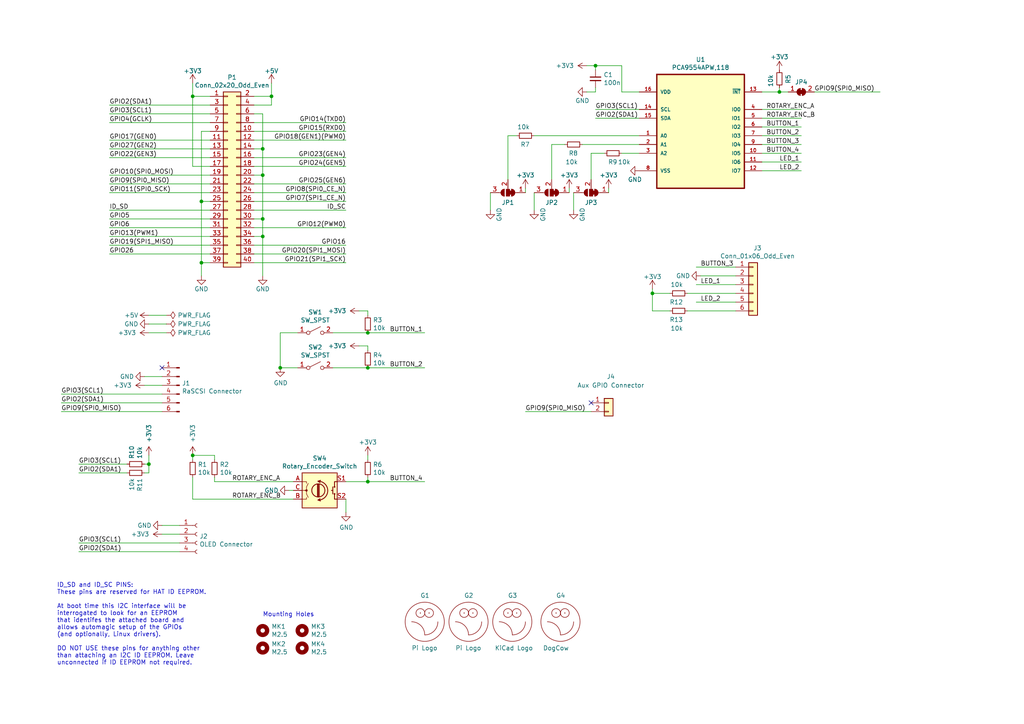
<source format=kicad_sch>
(kicad_sch (version 20211123) (generator eeschema)
  (paper "A4")
  (title_block (title "PiSCSI Control Board") (date "13-Dec-2022") (rev "1.6"))
  (lib_symbols
    (symbol "Connector:Conn_01x04_Female" (pin_names (offset 1.016) hide)
      (property "Reference" "J" (at 0 5.08 0))
      (property "Value" "Conn_01x04_Female" (at 0 -7.62 0))
      (symbol "Conn_01x04_Female_1_1"
        (arc (start 0 -4.572) (mid -0.508 -5.08) (end 0 -5.588) (stroke (width 0.1524)))
        (arc (start 0 -2.032) (mid -0.508 -2.54) (end 0 -3.048) (stroke (width 0.1524)))
        (polyline (pts (xy -1.27 -5.08) (xy -0.508 -5.08)) (stroke (width 0.1524)))
        (polyline (pts (xy -1.27 -2.54) (xy -0.508 -2.54)) (stroke (width 0.1524)))
        (polyline (pts (xy -1.27 0) (xy -0.508 0)) (stroke (width 0.1524)))
        (polyline (pts (xy -1.27 2.54) (xy -0.508 2.54)) (stroke (width 0.1524)))
        (arc (start 0 0.508) (mid -0.508 0) (end 0 -0.508) (stroke (width 0.1524)))
        (arc (start 0 3.048) (mid -0.508 2.54) (end 0 2.032) (stroke (width 0.1524)))
        (pin passive line (at -5.08 2.54 0) (length 3.81) (name "Pin_1") (number "1"))
        (pin passive line (at -5.08 0 0) (length 3.81) (name "Pin_2") (number "2"))
        (pin passive line (at -5.08 -2.54 0) (length 3.81) (name "Pin_3") (number "3"))
        (pin passive line (at -5.08 -5.08 0) (length 3.81) (name "Pin_4") (number "4"))
      )
    )
    (symbol "Connector:Conn_01x06_Male" (pin_names (offset 1.016) hide)
      (property "Reference" "J" (at 0 7.62 0))
      (property "Value" "Conn_01x06_Male" (at 0 -10.16 0))
      (symbol "Conn_01x06_Male_1_1"
        (polyline (pts (xy 1.27 -7.62) (xy 0.8636 -7.62)) (stroke (width 0.1524)))
        (polyline (pts (xy 1.27 -5.08) (xy 0.8636 -5.08)) (stroke (width 0.1524)))
        (polyline (pts (xy 1.27 -2.54) (xy 0.8636 -2.54)) (stroke (width 0.1524)))
        (polyline (pts (xy 1.27 0) (xy 0.8636 0)) (stroke (width 0.1524)))
        (polyline (pts (xy 1.27 2.54) (xy 0.8636 2.54)) (stroke (width 0.1524)))
        (polyline (pts (xy 1.27 5.08) (xy 0.8636 5.08)) (stroke (width 0.1524)))
        (rectangle (start 0.8636 -7.493) (end 0 -7.747) (stroke (width 0.1524)) (fill (type outline)))
        (rectangle (start 0.8636 -4.953) (end 0 -5.207) (stroke (width 0.1524)) (fill (type outline)))
        (rectangle (start 0.8636 -2.413) (end 0 -2.667) (stroke (width 0.1524)) (fill (type outline)))
        (rectangle (start 0.8636 0.127) (end 0 -0.127) (stroke (width 0.1524)) (fill (type outline)))
        (rectangle (start 0.8636 2.667) (end 0 2.413) (stroke (width 0.1524)) (fill (type outline)))
        (rectangle (start 0.8636 5.207) (end 0 4.953) (stroke (width 0.1524)) (fill (type outline)))
        (pin passive line (at 5.08 5.08 180) (length 3.81) (name "Pin_1") (number "1"))
        (pin passive line (at 5.08 2.54 180) (length 3.81) (name "Pin_2") (number "2"))
        (pin passive line (at 5.08 0 180) (length 3.81) (name "Pin_3") (number "3"))
        (pin passive line (at 5.08 -2.54 180) (length 3.81) (name "Pin_4") (number "4"))
        (pin passive line (at 5.08 -5.08 180) (length 3.81) (name "Pin_5") (number "5"))
        (pin passive line (at 5.08 -7.62 180) (length 3.81) (name "Pin_6") (number "6"))
      )
    )
    (symbol "Connector_Generic:Conn_01x02" (pin_names (offset 1.016) hide)
      (property "Reference" "J" (at 0 2.54 0))
      (property "Value" "Conn_01x02" (at 0 -5.08 0))
      (symbol "Conn_01x02_1_1"
        (rectangle (start -1.27 -2.413) (end 0 -2.667) (stroke (width 0.1524)))
        (rectangle (start -1.27 0.127) (end 0 -0.127) (stroke (width 0.1524)))
        (rectangle (start -1.27 1.27) (end 1.27 -3.81) (stroke (width 0.254)) (fill (type background)))
        (pin passive line (at -5.08 0 0) (length 3.81) (name "Pin_1") (number "1"))
        (pin passive line (at -5.08 -2.54 0) (length 3.81) (name "Pin_2") (number "2"))
      )
    )
    (symbol "Connector_Generic:Conn_01x06" (pin_names (offset 1.016) hide)
      (property "Reference" "J" (at 0 7.62 0))
      (property "Value" "Conn_01x06" (at 0 -10.16 0))
      (symbol "Conn_01x06_1_1"
        (rectangle (start -1.27 -7.493) (end 0 -7.747) (stroke (width 0.1524)))
        (rectangle (start -1.27 -4.953) (end 0 -5.207) (stroke (width 0.1524)))
        (rectangle (start -1.27 -2.413) (end 0 -2.667) (stroke (width 0.1524)))
        (rectangle (start -1.27 0.127) (end 0 -0.127) (stroke (width 0.1524)))
        (rectangle (start -1.27 2.667) (end 0 2.413) (stroke (width 0.1524)))
        (rectangle (start -1.27 5.207) (end 0 4.953) (stroke (width 0.1524)))
        (rectangle (start -1.27 6.35) (end 1.27 -8.89) (stroke (width 0.254)) (fill (type background)))
        (pin passive line (at -5.08 5.08 0) (length 3.81) (name "Pin_1") (number "1"))
        (pin passive line (at -5.08 2.54 0) (length 3.81) (name "Pin_2") (number "2"))
        (pin passive line (at -5.08 0 0) (length 3.81) (name "Pin_3") (number "3"))
        (pin passive line (at -5.08 -2.54 0) (length 3.81) (name "Pin_4") (number "4"))
        (pin passive line (at -5.08 -5.08 0) (length 3.81) (name "Pin_5") (number "5"))
        (pin passive line (at -5.08 -7.62 0) (length 3.81) (name "Pin_6") (number "6"))
      )
    )
    (symbol "Connector_Generic:Conn_02x20_Odd_Even" (pin_names (offset 1.016) hide)
      (property "Reference" "J" (at 1.27 25.4 0))
      (property "Value" "Conn_02x20_Odd_Even" (at 1.27 -27.94 0))
      (symbol "Conn_02x20_Odd_Even_1_1"
        (rectangle (start -1.27 -25.273) (end 0 -25.527) (stroke (width 0.1524)))
        (rectangle (start -1.27 -22.733) (end 0 -22.987) (stroke (width 0.1524)))
        (rectangle (start -1.27 -20.193) (end 0 -20.447) (stroke (width 0.1524)))
        (rectangle (start -1.27 -17.653) (end 0 -17.907) (stroke (width 0.1524)))
        (rectangle (start -1.27 -15.113) (end 0 -15.367) (stroke (width 0.1524)))
        (rectangle (start -1.27 -12.573) (end 0 -12.827) (stroke (width 0.1524)))
        (rectangle (start -1.27 -10.033) (end 0 -10.287) (stroke (width 0.1524)))
        (rectangle (start -1.27 -7.493) (end 0 -7.747) (stroke (width 0.1524)))
        (rectangle (start -1.27 -4.953) (end 0 -5.207) (stroke (width 0.1524)))
        (rectangle (start -1.27 -2.413) (end 0 -2.667) (stroke (width 0.1524)))
        (rectangle (start -1.27 0.127) (end 0 -0.127) (stroke (width 0.1524)))
        (rectangle (start -1.27 2.667) (end 0 2.413) (stroke (width 0.1524)))
        (rectangle (start -1.27 5.207) (end 0 4.953) (stroke (width 0.1524)))
        (rectangle (start -1.27 7.747) (end 0 7.493) (stroke (width 0.1524)))
        (rectangle (start -1.27 10.287) (end 0 10.033) (stroke (width 0.1524)))
        (rectangle (start -1.27 12.827) (end 0 12.573) (stroke (width 0.1524)))
        (rectangle (start -1.27 15.367) (end 0 15.113) (stroke (width 0.1524)))
        (rectangle (start -1.27 17.907) (end 0 17.653) (stroke (width 0.1524)))
        (rectangle (start -1.27 20.447) (end 0 20.193) (stroke (width 0.1524)))
        (rectangle (start -1.27 22.987) (end 0 22.733) (stroke (width 0.1524)))
        (rectangle (start -1.27 24.13) (end 3.81 -26.67) (stroke (width 0.254)) (fill (type background)))
        (rectangle (start 3.81 -25.273) (end 2.54 -25.527) (stroke (width 0.1524)))
        (rectangle (start 3.81 -22.733) (end 2.54 -22.987) (stroke (width 0.1524)))
        (rectangle (start 3.81 -20.193) (end 2.54 -20.447) (stroke (width 0.1524)))
        (rectangle (start 3.81 -17.653) (end 2.54 -17.907) (stroke (width 0.1524)))
        (rectangle (start 3.81 -15.113) (end 2.54 -15.367) (stroke (width 0.1524)))
        (rectangle (start 3.81 -12.573) (end 2.54 -12.827) (stroke (width 0.1524)))
        (rectangle (start 3.81 -10.033) (end 2.54 -10.287) (stroke (width 0.1524)))
        (rectangle (start 3.81 -7.493) (end 2.54 -7.747) (stroke (width 0.1524)))
        (rectangle (start 3.81 -4.953) (end 2.54 -5.207) (stroke (width 0.1524)))
        (rectangle (start 3.81 -2.413) (end 2.54 -2.667) (stroke (width 0.1524)))
        (rectangle (start 3.81 0.127) (end 2.54 -0.127) (stroke (width 0.1524)))
        (rectangle (start 3.81 2.667) (end 2.54 2.413) (stroke (width 0.1524)))
        (rectangle (start 3.81 5.207) (end 2.54 4.953) (stroke (width 0.1524)))
        (rectangle (start 3.81 7.747) (end 2.54 7.493) (stroke (width 0.1524)))
        (rectangle (start 3.81 10.287) (end 2.54 10.033) (stroke (width 0.1524)))
        (rectangle (start 3.81 12.827) (end 2.54 12.573) (stroke (width 0.1524)))
        (rectangle (start 3.81 15.367) (end 2.54 15.113) (stroke (width 0.1524)))
        (rectangle (start 3.81 17.907) (end 2.54 17.653) (stroke (width 0.1524)))
        (rectangle (start 3.81 20.447) (end 2.54 20.193) (stroke (width 0.1524)))
        (rectangle (start 3.81 22.987) (end 2.54 22.733) (stroke (width 0.1524)))
        (pin passive line (at -5.08 22.86 0) (length 3.81) (name "Pin_1") (number "1"))
        (pin passive line (at 7.62 12.7 180) (length 3.81) (name "Pin_10") (number "10"))
        (pin passive line (at -5.08 10.16 0) (length 3.81) (name "Pin_11") (number "11"))
        (pin passive line (at 7.62 10.16 180) (length 3.81) (name "Pin_12") (number "12"))
        (pin passive line (at -5.08 7.62 0) (length 3.81) (name "Pin_13") (number "13"))
        (pin passive line (at 7.62 7.62 180) (length 3.81) (name "Pin_14") (number "14"))
        (pin passive line (at -5.08 5.08 0) (length 3.81) (name "Pin_15") (number "15"))
        (pin passive line (at 7.62 5.08 180) (length 3.81) (name "Pin_16") (number "16"))
        (pin passive line (at -5.08 2.54 0) (length 3.81) (name "Pin_17") (number "17"))
        (pin passive line (at 7.62 2.54 180) (length 3.81) (name "Pin_18") (number "18"))
        (pin passive line (at -5.08 0 0) (length 3.81) (name "Pin_19") (number "19"))
        (pin passive line (at 7.62 22.86 180) (length 3.81) (name "Pin_2") (number "2"))
        (pin passive line (at 7.62 0 180) (length 3.81) (name "Pin_20") (number "20"))
        (pin passive line (at -5.08 -2.54 0) (length 3.81) (name "Pin_21") (number "21"))
        (pin passive line (at 7.62 -2.54 180) (length 3.81) (name "Pin_22") (number "22"))
        (pin passive line (at -5.08 -5.08 0) (length 3.81) (name "Pin_23") (number "23"))
        (pin passive line (at 7.62 -5.08 180) (length 3.81) (name "Pin_24") (number "24"))
        (pin passive line (at -5.08 -7.62 0) (length 3.81) (name "Pin_25") (number "25"))
        (pin passive line (at 7.62 -7.62 180) (length 3.81) (name "Pin_26") (number "26"))
        (pin passive line (at -5.08 -10.16 0) (length 3.81) (name "Pin_27") (number "27"))
        (pin passive line (at 7.62 -10.16 180) (length 3.81) (name "Pin_28") (number "28"))
        (pin passive line (at -5.08 -12.7 0) (length 3.81) (name "Pin_29") (number "29"))
        (pin passive line (at -5.08 20.32 0) (length 3.81) (name "Pin_3") (number "3"))
        (pin passive line (at 7.62 -12.7 180) (length 3.81) (name "Pin_30") (number "30"))
        (pin passive line (at -5.08 -15.24 0) (length 3.81) (name "Pin_31") (number "31"))
        (pin passive line (at 7.62 -15.24 180) (length 3.81) (name "Pin_32") (number "32"))
        (pin passive line (at -5.08 -17.78 0) (length 3.81) (name "Pin_33") (number "33"))
        (pin passive line (at 7.62 -17.78 180) (length 3.81) (name "Pin_34") (number "34"))
        (pin passive line (at -5.08 -20.32 0) (length 3.81) (name "Pin_35") (number "35"))
        (pin passive line (at 7.62 -20.32 180) (length 3.81) (name "Pin_36") (number "36"))
        (pin passive line (at -5.08 -22.86 0) (length 3.81) (name "Pin_37") (number "37"))
        (pin passive line (at 7.62 -22.86 180) (length 3.81) (name "Pin_38") (number "38"))
        (pin passive line (at -5.08 -25.4 0) (length 3.81) (name "Pin_39") (number "39"))
        (pin passive line (at 7.62 20.32 180) (length 3.81) (name "Pin_4") (number "4"))
        (pin passive line (at 7.62 -25.4 180) (length 3.81) (name "Pin_40") (number "40"))
        (pin passive line (at -5.08 17.78 0) (length 3.81) (name "Pin_5") (number "5"))
        (pin passive line (at 7.62 17.78 180) (length 3.81) (name "Pin_6") (number "6"))
        (pin passive line (at -5.08 15.24 0) (length 3.81) (name "Pin_7") (number "7"))
        (pin passive line (at 7.62 15.24 180) (length 3.81) (name "Pin_8") (number "8"))
        (pin passive line (at -5.08 12.7 0) (length 3.81) (name "Pin_9") (number "9"))
      )
    )
    (symbol "Device:C_Small" (pin_numbers hide) (pin_names (offset 0.254) hide)
      (property "Reference" "C" (at 0.254 1.778 0))
      (property "Value" "C_Small" (at 0.254 -2.032 0))
      (symbol "C_Small_0_1"
        (polyline (pts (xy -1.524 -0.508) (xy 1.524 -0.508)) (stroke (width 0.3302)))
        (polyline (pts (xy -1.524 0.508) (xy 1.524 0.508)) (stroke (width 0.3048)))
      )
      (symbol "C_Small_1_1"
        (pin passive line (at 0 2.54 270) (length 2.032) (name "~") (number "1"))
        (pin passive line (at 0 -2.54 90) (length 2.032) (name "~") (number "2"))
      )
    )
    (symbol "Device:R_Small" (pin_numbers hide) (pin_names (offset 0.254) hide)
      (property "Reference" "R" (at 0.762 0.508 0))
      (property "Value" "R_Small" (at 0.762 -1.016 0))
      (symbol "R_Small_0_1"
        (rectangle (start -0.762 1.778) (end 0.762 -1.778) (stroke (width 0.2032)))
      )
      (symbol "R_Small_1_1"
        (pin passive line (at 0 2.54 270) (length 0.762) (name "~") (number "1"))
        (pin passive line (at 0 -2.54 90) (length 0.762) (name "~") (number "2"))
      )
    )
    (symbol "Device:RotaryEncoder_Switch" (pin_names (offset 0.254) hide)
      (property "Reference" "SW" (at 0 6.604 0))
      (property "Value" "RotaryEncoder_Switch" (at 0 -6.604 0))
      (symbol "RotaryEncoder_Switch_0_1"
        (rectangle (start -5.08 5.08) (end 5.08 -5.08) (stroke (width 0.254)) (fill (type background)))
        (circle (center -3.81 0) (radius 0.254) (fill (type outline)))
        (arc (start -0.381 -2.794) (mid 2.3622 -0.0635) (end -0.381 2.667) (stroke (width 0.254)))
        (circle (center -0.381 0) (radius 1.905) (stroke (width 0.254)))
        (polyline (pts (xy -0.635 -1.778) (xy -0.635 1.778)) (stroke (width 0.254)))
        (polyline (pts (xy -0.381 -1.778) (xy -0.381 1.778)) (stroke (width 0.254)))
        (polyline (pts (xy -0.127 1.778) (xy -0.127 -1.778)) (stroke (width 0.254)))
        (polyline (pts (xy 3.81 0) (xy 3.429 0)) (stroke (width 0.254)))
        (polyline (pts (xy 3.81 1.016) (xy 3.81 -1.016)) (stroke (width 0.254)))
        (polyline (pts (xy -5.08 -2.54) (xy -3.81 -2.54) (xy -3.81 -2.032)))
        (polyline (pts (xy -5.08 2.54) (xy -3.81 2.54) (xy -3.81 2.032)))
        (polyline (pts (xy 0.254 -3.048) (xy -0.508 -2.794) (xy 0.127 -2.413)) (stroke (width 0.254)))
        (polyline (pts (xy 0.254 2.921) (xy -0.508 2.667) (xy 0.127 2.286)) (stroke (width 0.254)))
        (polyline (pts (xy 5.08 -2.54) (xy 4.318 -2.54) (xy 4.318 -1.016)) (stroke (width 0.254)))
        (polyline (pts (xy 5.08 2.54) (xy 4.318 2.54) (xy 4.318 1.016)) (stroke (width 0.254)))
        (polyline (pts (xy -5.08 0) (xy -3.81 0) (xy -3.81 -1.016) (xy -3.302 -2.032)))
        (polyline (pts (xy -4.318 0) (xy -3.81 0) (xy -3.81 1.016) (xy -3.302 2.032)))
        (circle (center 4.318 -1.016) (radius 0.127) (stroke (width 0.254)))
        (circle (center 4.318 1.016) (radius 0.127) (stroke (width 0.254)))
      )
      (symbol "RotaryEncoder_Switch_1_1"
        (pin passive line (at -7.62 2.54 0) (length 2.54) (name "A") (number "A"))
        (pin passive line (at -7.62 -2.54 0) (length 2.54) (name "B") (number "B"))
        (pin passive line (at -7.62 0 0) (length 2.54) (name "C") (number "C"))
        (pin passive line (at 7.62 2.54 180) (length 2.54) (name "S1") (number "S1"))
        (pin passive line (at 7.62 -2.54 180) (length 2.54) (name "S2") (number "S2"))
      )
    )
    (symbol "Jumper:SolderJumper_2_Bridged" (pin_names (offset 0) hide)
      (property "Reference" "JP" (at 0 2.032 0))
      (property "Value" "SolderJumper_2_Bridged" (at 0 -2.54 0))
      (symbol "SolderJumper_2_Bridged_0_1"
        (rectangle (start -0.508 0.508) (end 0.508 -0.508) (fill (type outline)))
        (arc (start -0.254 1.016) (mid -1.27 0) (end -0.254 -1.016))
        (arc (start -0.254 1.016) (mid -1.27 0) (end -0.254 -1.016) (fill (type outline)))
        (polyline (pts (xy -0.254 1.016) (xy -0.254 -1.016)))
        (polyline (pts (xy 0.254 1.016) (xy 0.254 -1.016)))
        (arc (start 0.254 -1.016) (mid 1.27 0) (end 0.254 1.016))
        (arc (start 0.254 -1.016) (mid 1.27 0) (end 0.254 1.016) (fill (type outline)))
      )
      (symbol "SolderJumper_2_Bridged_1_1"
        (pin passive line (at -3.81 0 0) (length 2.54) (name "A") (number "1"))
        (pin passive line (at 3.81 0 180) (length 2.54) (name "B") (number "2"))
      )
    )
    (symbol "Jumper:SolderJumper_3_Bridged12" (pin_names (offset 0) hide)
      (property "Reference" "JP" (at -2.54 -2.54 0))
      (property "Value" "SolderJumper_3_Bridged12" (at 0 2.794 0))
      (symbol "SolderJumper_3_Bridged12_0_1"
        (rectangle (start -1.016 0.508) (end -0.508 -0.508) (fill (type outline)))
        (arc (start -1.016 1.016) (mid -2.032 0) (end -1.016 -1.016))
        (arc (start -1.016 1.016) (mid -2.032 0) (end -1.016 -1.016) (fill (type outline)))
        (rectangle (start -0.508 1.016) (end 0.508 -1.016) (fill (type outline)))
        (polyline (pts (xy -2.54 0) (xy -2.032 0)))
        (polyline (pts (xy -1.016 1.016) (xy -1.016 -1.016)))
        (polyline (pts (xy 0 -1.27) (xy 0 -1.016)))
        (polyline (pts (xy 1.016 1.016) (xy 1.016 -1.016)))
        (polyline (pts (xy 2.54 0) (xy 2.032 0)))
        (arc (start 1.016 -1.016) (mid 2.032 0) (end 1.016 1.016))
        (arc (start 1.016 -1.016) (mid 2.032 0) (end 1.016 1.016) (fill (type outline)))
      )
      (symbol "SolderJumper_3_Bridged12_1_1"
        (pin passive line (at -5.08 0 0) (length 2.54) (name "A") (number "1"))
        (pin passive line (at 0 -3.81 90) (length 2.54) (name "C") (number "2"))
        (pin passive line (at 5.08 0 180) (length 2.54) (name "B") (number "3"))
      )
    )
    (symbol "Mechanical:MountingHole" (pin_names (offset 1.016))
      (property "Reference" "H" (at 0 5.08 0))
      (property "Value" "MountingHole" (at 0 3.175 0))
      (symbol "MountingHole_0_1"
        (circle (center 0 0) (radius 1.27) (stroke (width 1.27)))
      )
    )
    (symbol "PCA9554APW_118:PCA9554APW,118" (pin_names (offset 1.016))
      (property "Reference" "U" (at -5.2832 15.875 0))
      (property "Value" "PCA9554APW,118" (at -4.9276 -25.8826 0))
      (symbol "PCA9554APW,118_0_0"
        (rectangle (start -12.7 -20.32) (end 12.7 12.7) (stroke (width 0.4064)) (fill (type background)))
        (pin input line (at -17.78 -5.08 0) (length 5.08) (name "A0") (number "1"))
        (pin bidirectional line (at 17.78 -10.16 180) (length 5.08) (name "IO5") (number "10"))
        (pin bidirectional line (at 17.78 -12.7 180) (length 5.08) (name "IO6") (number "11"))
        (pin bidirectional line (at 17.78 -15.24 180) (length 5.08) (name "IO7") (number "12"))
        (pin output line (at 17.78 7.62 180) (length 5.08) (name "~{INT}") (number "13"))
        (pin input line (at -17.78 2.54 0) (length 5.08) (name "SCL") (number "14"))
        (pin bidirectional line (at -17.78 0 0) (length 5.08) (name "SDA") (number "15"))
        (pin power_in line (at -17.78 7.62 0) (length 5.08) (name "VDD") (number "16"))
        (pin input line (at -17.78 -7.62 0) (length 5.08) (name "A1") (number "2"))
        (pin input line (at -17.78 -10.16 0) (length 5.08) (name "A2") (number "3"))
        (pin bidirectional line (at 17.78 2.54 180) (length 5.08) (name "IO0") (number "4"))
        (pin bidirectional line (at 17.78 0 180) (length 5.08) (name "IO1") (number "5"))
        (pin bidirectional line (at 17.78 -2.54 180) (length 5.08) (name "IO2") (number "6"))
        (pin bidirectional line (at 17.78 -5.08 180) (length 5.08) (name "IO3") (number "7"))
        (pin passive line (at -17.78 -15.24 0) (length 5.08) (name "VSS") (number "8"))
        (pin bidirectional line (at 17.78 -7.62 180) (length 5.08) (name "IO4") (number "9"))
      )
    )
    (symbol "Switch:SW_SPST" (pin_names (offset 0) hide)
      (property "Reference" "SW" (at 0 3.175 0))
      (property "Value" "SW_SPST" (at 0 -2.54 0))
      (symbol "SW_SPST_0_0"
        (circle (center -2.032 0) (radius 0.508))
        (polyline (pts (xy -1.524 0.254) (xy 1.524 1.778)))
        (circle (center 2.032 0) (radius 0.508))
      )
      (symbol "SW_SPST_1_1"
        (pin passive line (at -5.08 0 0) (length 2.54) (name "A") (number "1"))
        (pin passive line (at 5.08 0 180) (length 2.54) (name "B") (number "2"))
      )
    )
    (symbol "graphics:Generic_Graphic" (in_bom no)
      (property "Reference" "G?" (at 0 -7.62 0))
      (property "Value" "Generic_Graphic" (at 0 7.62 0))
      (symbol "Generic_Graphic_0_1"
        (circle (center -1.27 2.54) (radius 0.0001))
        (circle (center -1.27 2.54) (radius 1.27))
        (arc (start 0 -3.81) (mid 2.6941 2.6941) (end -3.81 0))
        (arc (start 0 -3.81) (mid 2.6941 -2.6941) (end 3.81 0))
        (circle (center 0 0) (radius 5.6796))
        (circle (center 1.27 2.54) (radius 0.0001))
        (circle (center 1.27 2.54) (radius 1.27))
      )
    )
    (symbol "power:+3.3V" (power) (pin_names (offset 0))
      (property "Value" "+3.3V" (at 0 3.556 0))
      (symbol "+3.3V_0_1"
        (polyline (pts (xy -0.762 1.27) (xy 0 2.54)))
        (polyline (pts (xy 0 0) (xy 0 2.54)))
        (polyline (pts (xy 0 2.54) (xy 0.762 1.27)))
      )
      (symbol "+3.3V_1_1"
        (pin power_in line (at 0 0 90) (length 0) hide (name "+3V3") (number "1"))
      )
    )
    (symbol "power:+3V3" (power) (pin_names (offset 0))
      (property "Value" "+3V3" (at 0 3.556 0))
      (symbol "+3V3_0_1"
        (polyline (pts (xy -0.762 1.27) (xy 0 2.54)))
        (polyline (pts (xy 0 0) (xy 0 2.54)))
        (polyline (pts (xy 0 2.54) (xy 0.762 1.27)))
      )
      (symbol "+3V3_1_1"
        (pin power_in line (at 0 0 90) (length 0) hide (name "+3V3") (number "1"))
      )
    )
    (symbol "power:+5V" (power) (pin_names (offset 0))
      (property "Value" "+5V" (at 0 3.556 0))
      (symbol "+5V_0_1"
        (polyline (pts (xy -0.762 1.27) (xy 0 2.54)))
        (polyline (pts (xy 0 0) (xy 0 2.54)))
        (polyline (pts (xy 0 2.54) (xy 0.762 1.27)))
      )
      (symbol "+5V_1_1"
        (pin power_in line (at 0 0 90) (length 0) hide (name "+5V") (number "1"))
      )
    )
    (symbol "power:GND" (power) (pin_names (offset 0))
      (property "Value" "GND" (at 0 -3.81 0))
      (symbol "GND_0_1"
        (polyline (pts (xy 0 0) (xy 0 -1.27) (xy 1.27 -1.27) (xy 0 -2.54) (xy -1.27 -1.27) (xy 0 -1.27)))
      )
      (symbol "GND_1_1"
        (pin power_in line (at 0 0 270) (length 0) hide (name "GND") (number "1"))
      )
    )
    (symbol "power:PWR_FLAG" (power) (pin_numbers hide) (pin_names (offset 0) hide)
      (property "Value" "PWR_FLAG" (at 0 3.81 0))
      (symbol "PWR_FLAG_0_0"
        (pin power_out line (at 0 0 90) (length 0) (name "pwr") (number "1"))
      )
      (symbol "PWR_FLAG_0_1"
        (polyline (pts (xy 0 0) (xy 0 1.27) (xy -1.016 1.905) (xy 0 2.54) (xy 1.016 1.905) (xy 0 1.27)))
      )
    )
  )
  (junction (at 55.88 132.08))
  (junction (at 55.88 27.94))
  (junction (at 189.23 85.09))
  (junction (at 81.28 106.68))
  (junction (at 76.2 68.58))
  (junction (at 76.2 63.5))
  (junction (at 106.68 106.68))
  (junction (at 58.42 58.42))
  (junction (at 76.2 50.8))
  (junction (at 106.68 96.52))
  (junction (at 78.74 27.94))
  (junction (at 172.72 19.05))
  (junction (at 58.42 76.2))
  (junction (at 43.18 134.62))
  (junction (at 106.68 139.7))
  (junction (at 226.06 26.67))
  (junction (at 76.2 43.18))
  (no_connect (at 171.45 116.84))
  (no_connect (at 46.99 106.68))
  (wire (pts (xy 22.86 157.48) (xy 52.07 157.48)))
  (wire (pts (xy 85.09 142.24) (xy 83.82 142.24)))
  (wire (pts (xy 76.2 63.5) (xy 73.66 63.5)))
  (wire (pts (xy 199.39 90.17) (xy 213.36 90.17)))
  (wire (pts (xy 76.2 43.18) (xy 76.2 50.8)))
  (wire (pts (xy 100.33 144.78) (xy 100.33 148.59)))
  (wire (pts (xy 17.78 119.38) (xy 46.99 119.38)))
  (wire (pts (xy 142.24 60.96) (xy 142.24 55.88)))
  (wire (pts (xy 203.2 80.01) (xy 213.36 80.01)))
  (wire (pts (xy 31.75 73.66) (xy 60.96 73.66)))
  (wire (pts (xy 31.75 43.18) (xy 60.96 43.18)))
  (wire (pts (xy 73.66 71.12) (xy 100.33 71.12)))
  (wire (pts (xy 220.98 34.29) (xy 232.41 34.29)))
  (wire (pts (xy 152.4 119.38) (xy 171.45 119.38)))
  (wire (pts (xy 147.32 39.37) (xy 149.86 39.37)))
  (wire (pts (xy 73.66 73.66) (xy 100.33 73.66)))
  (wire (pts (xy 189.23 83.82) (xy 189.23 85.09)))
  (wire (pts (xy 172.72 20.32) (xy 172.72 19.05)))
  (wire (pts (xy 106.68 90.17) (xy 106.68 91.44)))
  (wire (pts (xy 73.66 38.1) (xy 100.33 38.1)))
  (wire (pts (xy 86.36 106.68) (xy 81.28 106.68)))
  (wire (pts (xy 46.99 152.4) (xy 52.07 152.4)))
  (wire (pts (xy 76.2 50.8) (xy 76.2 63.5)))
  (wire (pts (xy 166.37 55.88) (xy 166.37 60.96)))
  (wire (pts (xy 60.96 50.8) (xy 31.75 50.8)))
  (wire (pts (xy 201.93 77.47) (xy 213.36 77.47)))
  (wire (pts (xy 46.99 116.84) (xy 17.78 116.84)))
  (wire (pts (xy 58.42 58.42) (xy 58.42 76.2)))
  (wire (pts (xy 220.98 46.99) (xy 232.41 46.99)))
  (wire (pts (xy 76.2 33.02) (xy 73.66 33.02)))
  (wire (pts (xy 171.45 44.45) (xy 171.45 52.07)))
  (wire (pts (xy 76.2 63.5) (xy 76.2 68.58)))
  (wire (pts (xy 180.34 19.05) (xy 180.34 26.67)))
  (wire (pts (xy 189.23 85.09) (xy 194.31 85.09)))
  (wire (pts (xy 76.2 68.58) (xy 73.66 68.58)))
  (wire (pts (xy 41.91 134.62) (xy 43.18 134.62)))
  (wire (pts (xy 31.75 45.72) (xy 60.96 45.72)))
  (wire (pts (xy 73.66 45.72) (xy 100.33 45.72)))
  (wire (pts (xy 81.28 96.52) (xy 81.28 106.68)))
  (wire (pts (xy 31.75 63.5) (xy 60.96 63.5)))
  (wire (pts (xy 220.98 31.75) (xy 232.41 31.75)))
  (wire (pts (xy 73.66 48.26) (xy 100.33 48.26)))
  (wire (pts (xy 58.42 76.2) (xy 58.42 80.01)))
  (wire (pts (xy 226.06 26.67) (xy 228.6 26.67)))
  (wire (pts (xy 154.94 60.96) (xy 154.94 55.88)))
  (wire (pts (xy 78.74 27.94) (xy 73.66 27.94)))
  (wire (pts (xy 220.98 26.67) (xy 226.06 26.67)))
  (wire (pts (xy 104.14 90.17) (xy 106.68 90.17)))
  (wire (pts (xy 31.75 55.88) (xy 60.96 55.88)))
  (wire (pts (xy 73.66 40.64) (xy 100.33 40.64)))
  (wire (pts (xy 60.96 68.58) (xy 31.75 68.58)))
  (wire (pts (xy 76.2 68.58) (xy 76.2 80.01)))
  (wire (pts (xy 106.68 132.08) (xy 106.68 133.35)))
  (wire (pts (xy 180.34 26.67) (xy 185.42 26.67)))
  (wire (pts (xy 58.42 58.42) (xy 60.96 58.42)))
  (wire (pts (xy 76.2 33.02) (xy 76.2 43.18)))
  (wire (pts (xy 106.68 139.7) (xy 106.68 138.43)))
  (wire (pts (xy 154.94 39.37) (xy 185.42 39.37)))
  (wire (pts (xy 43.18 134.62) (xy 43.18 132.08)))
  (wire (pts (xy 73.66 53.34) (xy 100.33 53.34)))
  (wire (pts (xy 152.4 54.61) (xy 152.4 55.88)))
  (wire (pts (xy 58.42 76.2) (xy 60.96 76.2)))
  (wire (pts (xy 73.66 55.88) (xy 100.33 55.88)))
  (wire (pts (xy 189.23 85.09) (xy 189.23 90.17)))
  (wire (pts (xy 62.23 133.35) (xy 62.23 132.08)))
  (wire (pts (xy 220.98 39.37) (xy 232.41 39.37)))
  (wire (pts (xy 58.42 38.1) (xy 58.42 58.42)))
  (wire (pts (xy 96.52 106.68) (xy 106.68 106.68)))
  (wire (pts (xy 78.74 27.94) (xy 78.74 30.48)))
  (wire (pts (xy 170.18 19.05) (xy 172.72 19.05)))
  (wire (pts (xy 41.91 111.76) (xy 46.99 111.76)))
  (wire (pts (xy 73.66 76.2) (xy 100.33 76.2)))
  (wire (pts (xy 43.18 137.16) (xy 43.18 134.62)))
  (wire (pts (xy 185.42 41.91) (xy 168.91 41.91)))
  (wire (pts (xy 55.88 48.26) (xy 60.96 48.26)))
  (wire (pts (xy 43.18 91.44) (xy 48.26 91.44)))
  (wire (pts (xy 201.93 87.63) (xy 213.36 87.63)))
  (wire (pts (xy 73.66 60.96) (xy 100.33 60.96)))
  (wire (pts (xy 55.88 132.08) (xy 55.88 133.35)))
  (wire (pts (xy 170.18 26.67) (xy 172.72 26.67)))
  (wire (pts (xy 31.75 35.56) (xy 60.96 35.56)))
  (wire (pts (xy 104.14 100.33) (xy 106.68 100.33)))
  (wire (pts (xy 226.06 25.4) (xy 226.06 26.67)))
  (wire (pts (xy 106.68 100.33) (xy 106.68 101.6)))
  (wire (pts (xy 185.42 44.45) (xy 180.34 44.45)))
  (wire (pts (xy 55.88 27.94) (xy 60.96 27.94)))
  (wire (pts (xy 163.83 41.91) (xy 160.02 41.91)))
  (wire (pts (xy 100.33 139.7) (xy 106.68 139.7)))
  (wire (pts (xy 73.66 35.56) (xy 100.33 35.56)))
  (wire (pts (xy 172.72 31.75) (xy 185.42 31.75)))
  (wire (pts (xy 106.68 106.68) (xy 123.19 106.68)))
  (wire (pts (xy 78.74 30.48) (xy 73.66 30.48)))
  (wire (pts (xy 147.32 52.07) (xy 147.32 39.37)))
  (wire (pts (xy 31.75 66.04) (xy 60.96 66.04)))
  (wire (pts (xy 62.23 138.43) (xy 62.23 139.7)))
  (wire (pts (xy 78.74 24.13) (xy 78.74 27.94)))
  (wire (pts (xy 17.78 114.3) (xy 46.99 114.3)))
  (wire (pts (xy 76.2 43.18) (xy 73.66 43.18)))
  (wire (pts (xy 106.68 139.7) (xy 123.19 139.7)))
  (wire (pts (xy 73.66 58.42) (xy 100.33 58.42)))
  (wire (pts (xy 165.1 54.61) (xy 165.1 55.88)))
  (wire (pts (xy 41.91 137.16) (xy 43.18 137.16)))
  (wire (pts (xy 60.96 60.96) (xy 31.75 60.96)))
  (wire (pts (xy 236.22 26.67) (xy 255.27 26.67)))
  (wire (pts (xy 172.72 34.29) (xy 185.42 34.29)))
  (wire (pts (xy 31.75 33.02) (xy 60.96 33.02)))
  (wire (pts (xy 43.18 93.98) (xy 48.26 93.98)))
  (wire (pts (xy 175.26 44.45) (xy 171.45 44.45)))
  (wire (pts (xy 73.66 66.04) (xy 100.33 66.04)))
  (wire (pts (xy 22.86 137.16) (xy 36.83 137.16)))
  (wire (pts (xy 172.72 26.67) (xy 172.72 25.4)))
  (wire (pts (xy 160.02 41.91) (xy 160.02 52.07)))
  (wire (pts (xy 220.98 49.53) (xy 232.41 49.53)))
  (wire (pts (xy 81.28 96.52) (xy 86.36 96.52)))
  (wire (pts (xy 55.88 144.78) (xy 85.09 144.78)))
  (wire (pts (xy 220.98 44.45) (xy 232.41 44.45)))
  (wire (pts (xy 172.72 19.05) (xy 180.34 19.05)))
  (wire (pts (xy 41.91 109.22) (xy 46.99 109.22)))
  (wire (pts (xy 62.23 132.08) (xy 55.88 132.08)))
  (wire (pts (xy 31.75 71.12) (xy 60.96 71.12)))
  (wire (pts (xy 106.68 96.52) (xy 123.19 96.52)))
  (wire (pts (xy 58.42 38.1) (xy 60.96 38.1)))
  (wire (pts (xy 220.98 36.83) (xy 232.41 36.83)))
  (wire (pts (xy 60.96 30.48) (xy 31.75 30.48)))
  (wire (pts (xy 62.23 139.7) (xy 85.09 139.7)))
  (wire (pts (xy 31.75 53.34) (xy 60.96 53.34)))
  (wire (pts (xy 76.2 50.8) (xy 73.66 50.8)))
  (wire (pts (xy 96.52 96.52) (xy 106.68 96.52)))
  (wire (pts (xy 176.53 54.61) (xy 176.53 55.88)))
  (wire (pts (xy 60.96 40.64) (xy 31.75 40.64)))
  (wire (pts (xy 55.88 24.13) (xy 55.88 27.94)))
  (wire (pts (xy 189.23 90.17) (xy 194.31 90.17)))
  (wire (pts (xy 199.39 85.09) (xy 213.36 85.09)))
  (wire (pts (xy 55.88 138.43) (xy 55.88 144.78)))
  (wire (pts (xy 220.98 41.91) (xy 232.41 41.91)))
  (wire (pts (xy 43.18 96.52) (xy 48.26 96.52)))
  (wire (pts (xy 52.07 160.02) (xy 22.86 160.02)))
  (wire (pts (xy 201.93 82.55) (xy 213.36 82.55)))
  (wire (pts (xy 46.99 154.94) (xy 52.07 154.94)))
  (wire (pts (xy 22.86 134.62) (xy 36.83 134.62)))
  (wire (pts (xy 55.88 27.94) (xy 55.88 48.26)))
  (text "ID_SD and ID_SC PINS:\nThese pins are reserved for HAT ID EEPROM.\n\nAt boot time this I2C interface will be\ninterrogated to look for an EEPROM\nthat identifes the attached board and\nallows automagic setup of the GPIOs\n(and optionally, Linux drivers).\n\nDO NOT USE these pins for anything other\nthan attaching an I2C ID EEPROM. Leave\nunconnected if ID EEPROM not required." (at 16.51 193.04 0) (effects (font (size 1.27 1.27)) (justify left bottom)))
  (text "Mounting Holes" (at 76.2 179.07 0) (effects (font (size 1.27 1.27)) (justify left bottom)))
  (label "GPIO27(GEN2)" (at 31.75 43.18 0))
  (label "GPIO19(SPI1_MISO)" (at 31.75 71.12 0))
  (label "GPIO7(SPI1_CE_N)" (at 100.33 58.42 180))
  (label "GPIO9(SPI0_MISO)" (at 17.78 119.38 0))
  (label "LED_1" (at 226.06 46.99 0))
  (label "GPIO11(SPI0_SCK)" (at 31.75 55.88 0))
  (label "BUTTON_3" (at 222.25 41.91 0))
  (label "ID_SD" (at 31.75 60.96 0))
  (label "BUTTON_2" (at 113.03 106.68 0))
  (label "GPIO18(GEN1)(PWM0)" (at 100.33 40.64 180))
  (label "GPIO22(GEN3)" (at 31.75 45.72 0))
  (label "LED_2" (at 203.2 87.63 0))
  (label "GPIO21(SPI1_SCK)" (at 100.33 76.2 180))
  (label "GPIO9(SPI0_MISO)" (at 236.22 26.67 0))
  (label "GPIO5" (at 31.75 63.5 0))
  (label "ROTARY_ENC_A" (at 222.25 31.75 0))
  (label "GPIO25(GEN6)" (at 100.33 53.34 180))
  (label "GPIO2(SDA1)" (at 31.75 30.48 0))
  (label "GPIO3(SCL1)" (at 22.86 157.48 0))
  (label "ROTARY_ENC_B" (at 67.31 144.78 0))
  (label "BUTTON_1" (at 222.25 36.83 0))
  (label "GPIO14(TXD0)" (at 100.33 35.56 180))
  (label "GPIO13(PWM1)" (at 31.75 68.58 0))
  (label "BUTTON_1" (at 113.03 96.52 0))
  (label "GPIO16" (at 100.33 71.12 180))
  (label "LED_1" (at 203.2 82.55 0))
  (label "GPIO15(RXD0)" (at 100.33 38.1 180))
  (label "GPIO3(SCL1)" (at 31.75 33.02 0))
  (label "GPIO20(SPI1_MOSI)" (at 100.33 73.66 180))
  (label "GPIO2(SDA1)" (at 22.86 160.02 0))
  (label "GPIO6" (at 31.75 66.04 0))
  (label "GPIO8(SPI0_CE_N)" (at 100.33 55.88 180))
  (label "GPIO9(SPI0_MISO)" (at 152.4 119.38 0))
  (label "GPIO4(GCLK)" (at 31.75 35.56 0))
  (label "GPIO26" (at 31.75 73.66 0))
  (label "GPIO2(SDA1)" (at 172.72 34.29 0))
  (label "GPIO3(SCL1)" (at 22.86 134.62 0))
  (label "ID_SC" (at 100.33 60.96 180))
  (label "BUTTON_2" (at 222.25 39.37 0))
  (label "GPIO10(SPI0_MOSI)" (at 31.75 50.8 0))
  (label "GPIO3(SCL1)" (at 17.78 114.3 0))
  (label "GPIO2(SDA1)" (at 17.78 116.84 0))
  (label "GPIO12(PWM0)" (at 100.33 66.04 180))
  (label "BUTTON_4" (at 222.25 44.45 0))
  (label "GPIO24(GEN5)" (at 100.33 48.26 180))
  (label "GPIO2(SDA1)" (at 22.86 137.16 0))
  (label "GPIO3(SCL1)" (at 172.72 31.75 0))
  (label "BUTTON_3" (at 203.2 77.47 0))
  (label "GPIO17(GEN0)" (at 31.75 40.64 0))
  (label "LED_2" (at 226.06 49.53 0))
  (label "ROTARY_ENC_A" (at 67.31 139.7 0))
  (label "GPIO23(GEN4)" (at 100.33 45.72 180))
  (label "GPIO9(SPI0_MISO)" (at 31.75 53.34 0))
  (label "BUTTON_4" (at 113.03 139.7 0))
  (label "ROTARY_ENC_B" (at 222.25 34.29 0))
  (symbol (lib_id "power:+5V") (at 78.74 24.13 0) (unit 1)
    (property "Reference" "#PWR011" (effects hide))
    (property "Value" "+5V" (at 78.74 20.574 0))
  )
  (symbol (lib_id "power:+3.3V") (at 55.88 24.13 0) (unit 1)
    (property "Reference" "#PWR07" (effects hide))
    (property "Value" "+3.3V" (at 55.88 20.574 0))
  )
  (symbol (lib_id "power:GND") (at 76.2 80.01 0) (unit 1)
    (property "Reference" "#PWR010" (effects hide))
    (property "Value" "GND" (at 76.2 83.82 0))
  )
  (symbol (lib_id "power:GND") (at 58.42 80.01 0) (unit 1)
    (property "Reference" "#PWR09" (effects hide))
    (property "Value" "GND" (at 58.42 83.82 0))
  )
  (symbol (lib_id "Mechanical:MountingHole") (at 76.2 182.88 0) (unit 1)
    (property "Reference" "MK1" (at 78.74 181.7116 0) (effects (justify left)))
    (property "Value" "M2.5" (at 78.74 184.023 0) (effects (justify left)))
    (property "Footprint" "MountingHole:MountingHole_2.7mm_M2.5" (effects hide))
  )
  (symbol (lib_id "Mechanical:MountingHole") (at 87.63 182.88 0) (unit 1)
    (property "Reference" "MK3" (at 90.17 181.7116 0) (effects (justify left)))
    (property "Value" "M2.5" (at 90.17 184.023 0) (effects (justify left)))
    (property "Footprint" "MountingHole:MountingHole_2.7mm_M2.5" (effects hide))
  )
  (symbol (lib_id "Mechanical:MountingHole") (at 76.2 187.96 0) (unit 1)
    (property "Reference" "MK2" (at 78.74 186.7916 0) (effects (justify left)))
    (property "Value" "M2.5" (at 78.74 189.103 0) (effects (justify left)))
    (property "Footprint" "MountingHole:MountingHole_2.7mm_M2.5" (effects hide))
  )
  (symbol (lib_id "Mechanical:MountingHole") (at 87.63 187.96 0) (unit 1)
    (property "Reference" "MK4" (at 90.17 186.7916 0) (effects (justify left)))
    (property "Value" "M2.5" (at 90.17 189.103 0) (effects (justify left)))
    (property "Footprint" "MountingHole:MountingHole_2.7mm_M2.5" (effects hide))
  )
  (symbol (lib_id "Connector_Generic:Conn_02x20_Odd_Even") (at 66.04 50.8 0) (unit 1)
    (property "Reference" "P1" (at 67.31 22.4282 0))
    (property "Value" "Conn_02x20_Odd_Even" (at 67.31 24.7396 0))
    (property "Footprint" "Connector_PinSocket_2.54mm:PinSocket_2x20_P2.54mm_Vertical" (effects hide))
  )
  (symbol (lib_id "Connector:Conn_01x06_Male") (at 52.07 111.76 0) (mirror y) (unit 1)
    (property "Reference" "J1" (at 52.7812 111.1504 0) (effects (justify right)))
    (property "Value" "RaSCSI Connector" (at 52.7812 113.4618 0) (effects (justify right)))
    (property "Footprint" "Connector_PinHeader_2.54mm:PinHeader_1x06_P2.54mm_Vertical" (effects hide))
  )
  (symbol (lib_id "Switch:SW_SPST") (at 91.44 96.52 0) (unit 1)
    (property "Reference" "SW1" (at 91.44 90.551 0))
    (property "Value" "SW_SPST" (at 91.44 92.8624 0))
    (property "Footprint" "Button_Switch_THT:SW_PUSH_6mm_H5mm" (effects hide))
    (property "Datasheet" "https://datasheet.lcsc.com/lcsc/2108131530_Korean-Hroparts-Elec-K2-1102DP-C4SW-04_C110153.pdf" (effects hide))
    (property "LCSC" "C110153" (effects hide))
  )
  (symbol (lib_id "power:+3.3V") (at 43.18 132.08 0) (unit 1)
    (property "Reference" "#PWR029" (effects hide))
    (property "Value" "+3.3V" (at 43.18 125.73 90))
  )
  (symbol (lib_id "Switch:SW_SPST") (at 91.44 106.68 0) (unit 1)
    (property "Reference" "SW2" (at 91.44 100.711 0))
    (property "Value" "SW_SPST" (at 91.44 103.0224 0))
    (property "Footprint" "Button_Switch_THT:SW_PUSH_6mm_H5mm" (effects hide))
    (property "Datasheet" "https://datasheet.lcsc.com/lcsc/2108131530_Korean-Hroparts-Elec-K2-1102DP-C4SW-04_C110153.pdf" (effects hide))
    (property "LCSC" "C110153" (effects hide))
  )
  (symbol (lib_id "Device:R_Small") (at 106.68 93.98 0) (unit 1)
    (property "Reference" "R3" (at 108.1786 92.8116 0) (effects (justify left)))
    (property "Value" "10k" (at 108.1786 95.123 0) (effects (justify left)))
    (property "Footprint" "Resistor_SMD:R_0805_2012Metric" (effects hide))
    (property "LCSC" "C17414" (effects hide))
  )
  (symbol (lib_id "Device:R_Small") (at 106.68 104.14 0) (unit 1)
    (property "Reference" "R4" (at 108.1786 102.9716 0) (effects (justify left)))
    (property "Value" "10k" (at 108.1786 105.283 0) (effects (justify left)))
    (property "Footprint" "Resistor_SMD:R_0805_2012Metric" (effects hide))
    (property "LCSC" "C17414" (effects hide))
  )
  (symbol (lib_id "power:GND") (at 81.28 106.68 0) (unit 1)
    (property "Reference" "#PWR012" (effects hide))
    (property "Value" "GND" (at 81.407 111.0742 0))
  )
  (symbol (lib_id "Device:R_Small") (at 39.37 134.62 90) (unit 1)
    (property "Reference" "R10" (at 38.2016 133.1214 0) (effects (justify left)))
    (property "Value" "10k" (at 40.513 133.1214 0) (effects (justify left)))
    (property "Footprint" "Resistor_SMD:R_0805_2012Metric" (effects hide))
    (property "LCSC" "C17414" (effects hide))
  )
  (symbol (lib_id "power:+3V3") (at 104.14 90.17 90) (unit 1)
    (property "Reference" "#PWR015" (effects hide))
    (property "Value" "+3V3" (at 97.79 90.17 90))
  )
  (symbol (lib_id "Device:R_Small") (at 39.37 137.16 270) (unit 1)
    (property "Reference" "R11" (at 40.5384 138.6586 0) (effects (justify left)))
    (property "Value" "10k" (at 38.227 138.6586 0) (effects (justify left)))
    (property "Footprint" "Resistor_SMD:R_0805_2012Metric" (effects hide))
    (property "LCSC" "C17414" (effects hide))
  )
  (symbol (lib_id "power:+3V3") (at 104.14 100.33 90) (unit 1)
    (property "Reference" "#PWR016" (effects hide))
    (property "Value" "+3V3" (at 97.79 100.33 90))
  )
  (symbol (lib_id "Device:RotaryEncoder_Switch") (at 92.71 142.24 0) (unit 1)
    (property "Reference" "SW4" (at 92.71 132.9182 0))
    (property "Value" "Rotary_Encoder_Switch" (at 92.71 135.2296 0))
    (property "Footprint" "Rotary_Encoder:RotaryEncoder_Alps_EC11E-Switch_Vertical_H20mm" (effects hide))
  )
  (symbol (lib_id "Device:C_Small") (at 172.72 22.86 0) (unit 1)
    (property "Reference" "C1" (at 175.0568 21.6916 0) (effects (justify left)))
    (property "Value" "100n" (at 175.0568 24.003 0) (effects (justify left)))
    (property "Footprint" "Capacitor_SMD:C_0805_2012Metric" (effects hide))
    (property "LCSC" "C49678" (effects hide))
  )
  (symbol (lib_id "power:GND") (at 203.2 80.01 270) (unit 1)
    (property "Reference" "#PWR032" (effects hide))
    (property "Value" "GND" (at 198.12 80.01 90))
  )
  (symbol (lib_id "power:GND") (at 170.18 26.67 270) (unit 1)
    (property "Reference" "#PWR030" (effects hide))
    (property "Value" "GND" (at 168.91 29.21 90))
  )
  (symbol (lib_id "Device:R_Small") (at 106.68 135.89 0) (unit 1)
    (property "Reference" "R6" (at 108.1786 134.7216 0) (effects (justify left)))
    (property "Value" "10k" (at 108.1786 137.033 0) (effects (justify left)))
    (property "Footprint" "Resistor_SMD:R_0805_2012Metric" (effects hide))
    (property "LCSC" "C17414" (effects hide))
  )
  (symbol (lib_id "power:+3V3") (at 106.68 132.08 0) (unit 1)
    (property "Reference" "#PWR018" (effects hide))
    (property "Value" "+3V3" (at 106.68 128.27 0))
  )
  (symbol (lib_id "Device:R_Small") (at 196.85 90.17 90) (unit 1)
    (property "Reference" "R13" (at 198.12 92.71 90) (effects (justify left)))
    (property "Value" "10k" (at 198.12 95.25 90) (effects (justify left)))
    (property "Footprint" "Resistor_SMD:R_0805_2012Metric" (effects hide))
    (property "LCSC" "C17414" (effects hide))
  )
  (symbol (lib_id "Device:R_Small") (at 196.85 85.09 90) (unit 1)
    (property "Reference" "R12" (at 198.12 87.63 90) (effects (justify left)))
    (property "Value" "10k" (at 198.12 82.55 90) (effects (justify left)))
    (property "Footprint" "Resistor_SMD:R_0805_2012Metric" (effects hide))
    (property "LCSC" "C17414" (effects hide))
  )
  (symbol (lib_id "power:GND") (at 100.33 148.59 0) (unit 1)
    (property "Reference" "#PWR014" (effects hide))
    (property "Value" "GND" (at 100.457 152.9842 0))
  )
  (symbol (lib_id "Device:R_Small") (at 55.88 135.89 0) (unit 1)
    (property "Reference" "R1" (at 57.3786 134.7216 0) (effects (justify left)))
    (property "Value" "10k" (at 57.3786 137.033 0) (effects (justify left)))
    (property "Footprint" "Resistor_SMD:R_0805_2012Metric" (effects hide))
    (property "LCSC" "C17414" (effects hide))
  )
  (symbol (lib_id "power:+3V3") (at 55.88 132.08 0) (unit 1)
    (property "Reference" "#PWR08" (effects hide))
    (property "Value" "+3V3" (at 55.88 125.73 90))
  )
  (symbol (lib_id "Device:R_Small") (at 62.23 135.89 0) (unit 1)
    (property "Reference" "R2" (at 63.7286 134.7216 0) (effects (justify left)))
    (property "Value" "10k" (at 63.7286 137.033 0) (effects (justify left)))
    (property "Footprint" "Resistor_SMD:R_0805_2012Metric" (effects hide))
    (property "LCSC" "C17414" (effects hide))
  )
  (symbol (lib_id "power:GND") (at 83.82 142.24 270) (unit 1)
    (property "Reference" "#PWR013" (effects hide))
    (property "Value" "GND" (at 78.74 142.24 90))
  )
  (symbol (lib_id "power:+3.3V") (at 41.91 111.76 90) (unit 1)
    (property "Reference" "#PWR03" (effects hide))
    (property "Value" "+3.3V" (at 35.56 111.76 90))
  )
  (symbol (lib_id "power:GND") (at 41.91 109.22 270) (unit 1)
    (property "Reference" "#PWR02" (effects hide))
    (property "Value" "GND" (at 36.83 109.22 90))
  )
  (symbol (lib_id "Connector:Conn_01x04_Female") (at 57.15 154.94 0) (unit 1)
    (property "Reference" "J2" (at 57.8612 155.5496 0) (effects (justify left)))
    (property "Value" "OLED Connector" (at 57.8612 157.861 0) (effects (justify left)))
    (property "Footprint" "mousebites:0.9_and_1.3_in_OLED_Footprint" (effects hide))
  )
  (symbol (lib_id "power:+3.3V") (at 46.99 154.94 90) (unit 1)
    (property "Reference" "#PWR025" (effects hide))
    (property "Value" "+3.3V" (at 40.64 154.94 90))
  )
  (symbol (lib_id "power:GND") (at 46.99 152.4 270) (unit 1)
    (property "Reference" "#PWR024" (effects hide))
    (property "Value" "GND" (at 41.91 152.4 90))
  )
  (symbol (lib_id "Connector_Generic:Conn_01x06") (at 218.44 82.55 0) (unit 1)
    (property "Reference" "J3" (at 219.71 71.9582 0))
    (property "Value" "Conn_01x06_Odd_Even" (at 219.71 74.2696 0))
    (property "Footprint" "Connector_PinHeader_2.54mm:PinHeader_1x06_P2.54mm_Vertical" (effects hide))
  )
  (symbol (lib_id "power:+5V") (at 43.18 91.44 90) (unit 1)
    (property "Reference" "#PWR04" (effects hide))
    (property "Value" "+5V" (at 38.1 91.44 90))
  )
  (symbol (lib_id "power:+3.3V") (at 43.18 96.52 90) (unit 1)
    (property "Reference" "#PWR06" (effects hide))
    (property "Value" "+3.3V" (at 36.83 96.52 90))
  )
  (symbol (lib_id "power:GND") (at 43.18 93.98 270) (unit 1)
    (property "Reference" "#PWR05" (effects hide))
    (property "Value" "GND" (at 38.1 93.98 90))
  )
  (symbol (lib_id "power:PWR_FLAG") (at 48.26 91.44 270) (unit 1)
    (property "Reference" "#FLG01" (effects hide))
    (property "Value" "PWR_FLAG" (at 51.5112 91.44 90) (effects (justify left)))
  )
  (symbol (lib_id "power:PWR_FLAG") (at 48.26 93.98 270) (unit 1)
    (property "Reference" "#FLG02" (effects hide))
    (property "Value" "PWR_FLAG" (at 51.5112 93.98 90) (effects (justify left)))
  )
  (symbol (lib_id "power:PWR_FLAG") (at 48.26 96.52 270) (unit 1)
    (property "Reference" "#FLG03" (effects hide))
    (property "Value" "PWR_FLAG" (at 51.5112 96.52 90) (effects (justify left)))
  )
  (symbol (lib_id "PCA9554APW_118:PCA9554APW,118") (at 203.2 34.29 0) (unit 1)
    (property "Reference" "U1" (at 203.2 17.272 0))
    (property "Value" "PCA9554APW,118" (at 203.2 19.5834 0))
    (property "Footprint" "Package_SO:TSSOP-16_4.4x5mm_P0.65mm" (effects hide))
    (property "OC_FARNELL" "1831212" (effects hide))
    (property "LCSC" "C86803" (effects hide))
    (property "MPN" "PCA9554APW,118" (effects hide))
    (property "PACKAGE" "TSSOP" (effects hide))
    (property "SUPPLIER" "NXP" (effects hide))
  )
  (symbol (lib_id "power:+3.3V") (at 170.18 19.05 90) (unit 1)
    (property "Reference" "#PWR027" (effects hide))
    (property "Value" "+3.3V" (at 163.83 19.05 90))
  )
  (symbol (lib_id "power:GND") (at 185.42 49.53 270) (unit 1)
    (property "Reference" "#PWR028" (effects hide))
    (property "Value" "GND" (at 184.15 52.07 90))
  )
  (symbol (lib_id "power:+3.3V") (at 189.23 83.82 0) (unit 1)
    (property "Reference" "#PWR031" (effects hide))
    (property "Value" "+3.3V" (at 189.23 80.264 0))
  )
  (symbol (lib_id "Jumper:SolderJumper_2_Bridged") (at 232.41 26.67 0) (unit 1)
    (property "Reference" "JP4" (at 232.41 23.7998 0))
    (property "Value" "SolderJumper_2_Open" (effects hide))
    (property "Footprint" "Jumper:SolderJumper-2_P1.3mm_Bridged_RoundedPad1.0x1.5mm" (effects hide))
  )
  (symbol (lib_id "Jumper:SolderJumper_3_Bridged12") (at 147.32 55.88 180) (unit 1)
    (property "Reference" "JP1" (at 147.32 58.7502 0))
    (property "Value" "SolderJumper_3_Bridged12" (effects hide))
    (property "Footprint" "Jumper:SolderJumper-3_P1.3mm_Bridged12_RoundedPad1.0x1.5mm" (effects hide))
  )
  (symbol (lib_id "Jumper:SolderJumper_3_Bridged12") (at 160.02 55.88 180) (unit 1)
    (property "Reference" "JP2" (at 160.02 58.7502 0))
    (property "Value" "SolderJumper_3_Bridged12" (effects hide))
    (property "Footprint" "Jumper:SolderJumper-3_P1.3mm_Bridged12_RoundedPad1.0x1.5mm" (effects hide))
  )
  (symbol (lib_id "Jumper:SolderJumper_3_Bridged12") (at 171.45 55.88 180) (unit 1)
    (property "Reference" "JP3" (at 171.45 58.7502 0))
    (property "Value" "SolderJumper_3_Bridged12" (effects hide))
    (property "Footprint" "Jumper:SolderJumper-3_P1.3mm_Bridged12_RoundedPad1.0x1.5mm" (effects hide))
  )
  (symbol (lib_id "Device:R_Small") (at 166.37 41.91 90) (unit 1)
    (property "Reference" "R8" (at 167.64 44.45 90) (effects (justify left)))
    (property "Value" "10k" (at 167.64 46.99 90) (effects (justify left)))
    (property "Footprint" "Resistor_SMD:R_0805_2012Metric" (effects hide))
    (property "LCSC" "C17414" (effects hide))
  )
  (symbol (lib_id "Device:R_Small") (at 177.8 44.45 90) (unit 1)
    (property "Reference" "R9" (at 179.07 46.99 90) (effects (justify left)))
    (property "Value" "10k" (at 182.88 46.99 90) (effects (justify left)))
    (property "Footprint" "Resistor_SMD:R_0805_2012Metric" (effects hide))
    (property "LCSC" "C17414" (effects hide))
  )
  (symbol (lib_id "Device:R_Small") (at 152.4 39.37 90) (unit 1)
    (property "Reference" "R7" (at 153.67 41.91 90) (effects (justify left)))
    (property "Value" "10k" (at 153.67 36.83 90) (effects (justify left)))
    (property "Footprint" "Resistor_SMD:R_0805_2012Metric" (effects hide))
    (property "LCSC" "C17414" (effects hide))
  )
  (symbol (lib_id "power:GND") (at 142.24 60.96 0) (unit 1)
    (property "Reference" "#PWR019" (effects hide))
    (property "Value" "GND" (at 144.78 62.23 90))
  )
  (symbol (lib_id "power:GND") (at 154.94 60.96 0) (unit 1)
    (property "Reference" "#PWR021" (effects hide))
    (property "Value" "GND" (at 157.48 62.23 90))
  )
  (symbol (lib_id "power:GND") (at 166.37 60.96 0) (unit 1)
    (property "Reference" "#PWR023" (effects hide))
    (property "Value" "GND" (at 168.91 62.23 90))
  )
  (symbol (lib_id "power:+3.3V") (at 176.53 54.61 0) (unit 1)
    (property "Reference" "#PWR026" (effects hide))
    (property "Value" "+3.3V" (at 176.53 50.8 0))
  )
  (symbol (lib_id "power:+3.3V") (at 165.1 54.61 0) (unit 1)
    (property "Reference" "#PWR022" (effects hide))
    (property "Value" "+3.3V" (at 165.1 50.8 0))
  )
  (symbol (lib_id "power:+3.3V") (at 152.4 54.61 0) (unit 1)
    (property "Reference" "#PWR020" (effects hide))
    (property "Value" "+3.3V" (at 152.4 50.8 0))
  )
  (symbol (lib_id "graphics:Generic_Graphic") (at 162.56 180.34 0) (unit 1) (in_bom no)
    (property "Reference" "G4" (at 161.29 172.72 0) (effects (justify left)))
    (property "Value" "DogCow" (at 157.48 187.96 0) (effects (justify left)))
    (property "Footprint" "mousebites:dogcow" (effects hide))
  )
  (symbol (lib_id "graphics:Generic_Graphic") (at 148.59 180.34 0) (unit 1) (in_bom no)
    (property "Reference" "G3" (at 147.32 172.72 0) (effects (justify left)))
    (property "Value" "KiCad Logo" (at 143.51 187.96 0) (effects (justify left)))
    (property "Footprint" "Symbol:KiCad-Logo2_5mm_SilkScreen" (effects hide))
  )
  (symbol (lib_id "Device:R_Small") (at 226.06 22.86 180) (unit 1)
    (property "Reference" "R5" (at 228.6 21.59 90) (effects (justify left)))
    (property "Value" "10k" (at 223.52 21.59 90) (effects (justify left)))
    (property "Footprint" "Resistor_SMD:R_0805_2012Metric" (effects hide))
    (property "LCSC" "C17414" (effects hide))
  )
  (symbol (lib_id "graphics:Generic_Graphic") (at 135.89 180.34 0) (unit 1) (in_bom no)
    (property "Reference" "G2" (at 134.62 172.72 0) (effects (justify left)))
    (property "Value" "Pi Logo" (at 132.08 187.96 0) (effects (justify left)))
    (property "Footprint" "mousebites:pi_logo" (effects hide))
  )
  (symbol (lib_id "power:+3.3V") (at 226.06 20.32 0) (unit 1)
    (property "Reference" "#PWR017" (effects hide))
    (property "Value" "+3.3V" (at 226.06 16.51 0))
  )
  (symbol (lib_id "graphics:Generic_Graphic") (at 123.19 180.34 0) (unit 1) (in_bom no)
    (property "Reference" "G1" (at 121.92 172.72 0) (effects (justify left)))
    (property "Value" "Pi Logo" (at 119.38 187.96 0) (effects (justify left)))
    (property "Footprint" "mousebites:pi_logo" (effects hide))
  )
  (symbol (lib_id "Connector_Generic:Conn_01x02") (at 176.53 116.84 0) (unit 1)
    (property "Reference" "J4" (at 177.165 109.22 0))
    (property "Value" "Aux GPIO Connector" (at 177.165 111.76 0))
    (property "Footprint" "Connector_PinHeader_2.54mm:PinHeader_1x02_P2.54mm_Vertical" (effects hide))
  )
)
</source>
